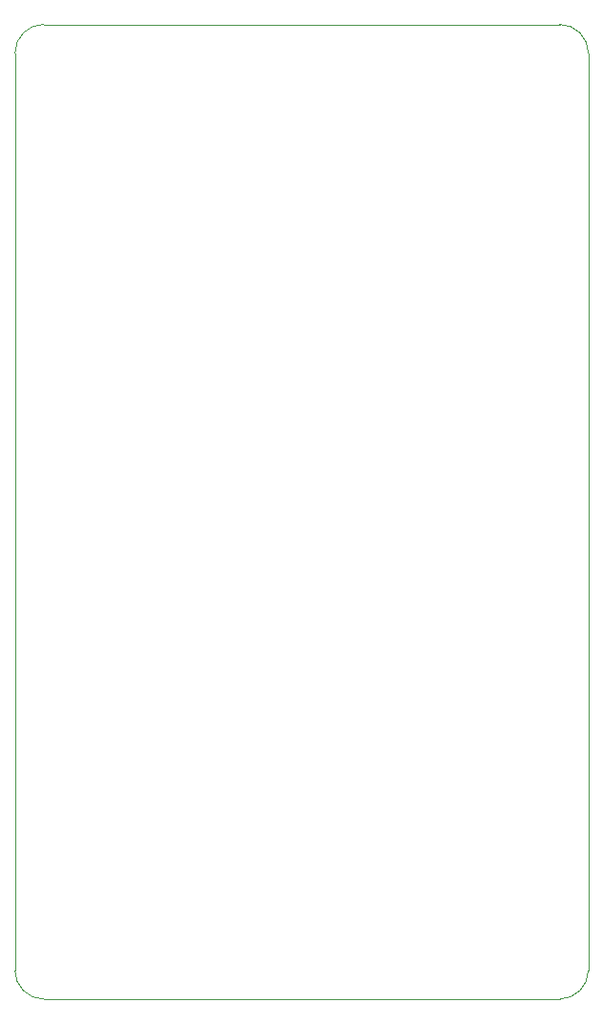
<source format=gbr>
%TF.GenerationSoftware,KiCad,Pcbnew,7.0.7*%
%TF.CreationDate,2023-12-31T15:53:54-05:00*%
%TF.ProjectId,TeenieWeenie,5465656e-6965-4576-9565-6e69652e6b69,rev?*%
%TF.SameCoordinates,Original*%
%TF.FileFunction,Profile,NP*%
%FSLAX46Y46*%
G04 Gerber Fmt 4.6, Leading zero omitted, Abs format (unit mm)*
G04 Created by KiCad (PCBNEW 7.0.7) date 2023-12-31 15:53:54*
%MOMM*%
%LPD*%
G01*
G04 APERTURE LIST*
%TA.AperFunction,Profile*%
%ADD10C,0.100000*%
%TD*%
G04 APERTURE END LIST*
D10*
X0Y5080000D02*
G75*
G03*
X2540000Y2540000I2540000J0D01*
G01*
X50800000Y86307000D02*
X50800000Y5080000D01*
X2540000Y88847000D02*
X48260000Y88847000D01*
X0Y5080000D02*
X0Y86307000D01*
X48260000Y2540000D02*
X2540000Y2540000D01*
X2540000Y88847000D02*
G75*
G03*
X0Y86307000I0J-2540000D01*
G01*
X48260000Y2540000D02*
G75*
G03*
X50800000Y5080000I0J2540000D01*
G01*
X50800000Y86307000D02*
G75*
G03*
X48260000Y88847000I-2540000J0D01*
G01*
M02*

</source>
